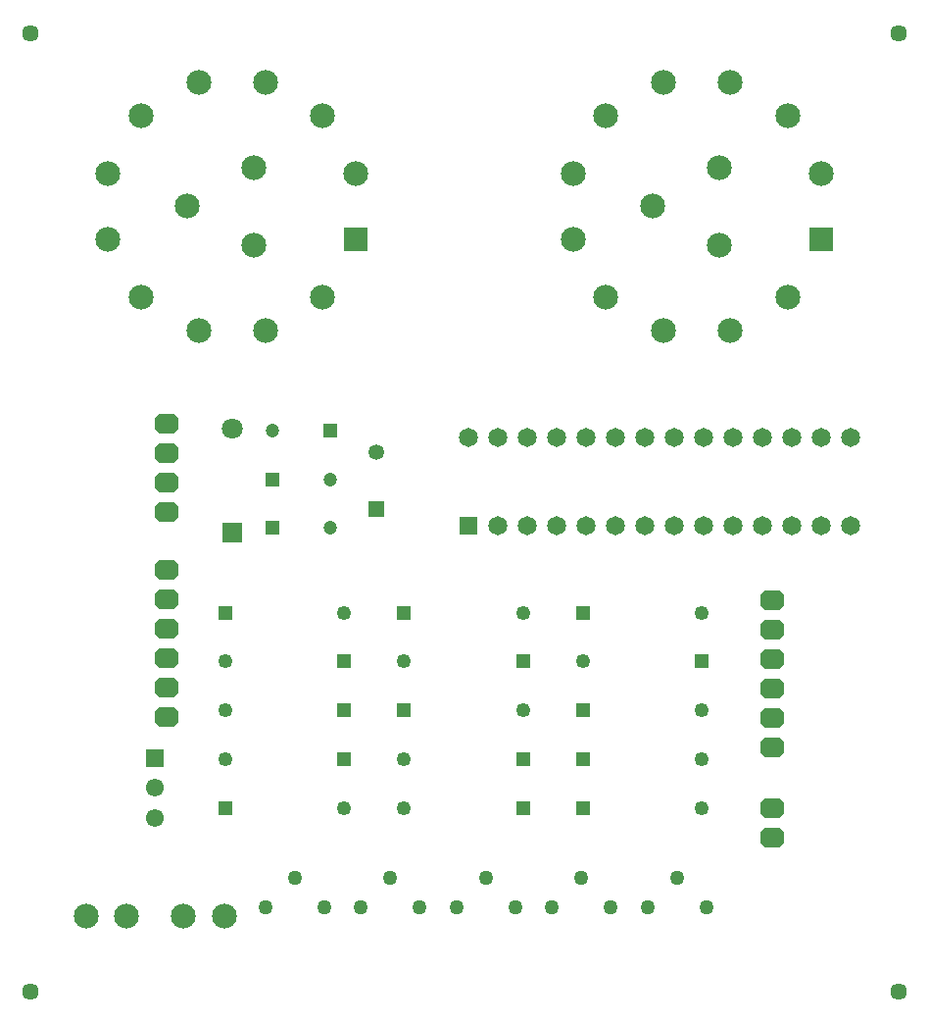
<source format=gbs>
G04*
G04 #@! TF.GenerationSoftware,Altium Limited,Altium Designer,23.3.1 (30)*
G04*
G04 Layer_Color=16711935*
%FSLAX44Y44*%
%MOMM*%
G71*
G04*
G04 #@! TF.SameCoordinates,649CD447-C1A0-469D-A239-E437E7B1C979*
G04*
G04*
G04 #@! TF.FilePolarity,Negative*
G04*
G01*
G75*
G04:AMPARAMS|DCode=16|XSize=2.055mm|YSize=1.674mm|CornerRadius=0mm|HoleSize=0mm|Usage=FLASHONLY|Rotation=180.000|XOffset=0mm|YOffset=0mm|HoleType=Round|Shape=Octagon|*
%AMOCTAGOND16*
4,1,8,-1.0275,0.4185,-1.0275,-0.4185,-0.6090,-0.8370,0.6090,-0.8370,1.0275,-0.4185,1.0275,0.4185,0.6090,0.8370,-0.6090,0.8370,-1.0275,0.4185,0.0*
%
%ADD16OCTAGOND16*%

%ADD17R,1.2000X1.2000*%
%ADD18C,2.1500*%
%ADD19C,1.2700*%
%ADD20C,1.4500*%
%ADD21R,1.3500X1.3500*%
%ADD22C,1.3500*%
%ADD23C,1.2000*%
%ADD24C,1.8000*%
%ADD25R,1.8000X1.8000*%
%ADD26C,1.6500*%
%ADD27R,1.6500X1.6500*%
%ADD28R,1.5500X1.5500*%
%ADD29C,1.5500*%
%ADD30R,2.1500X2.1500*%
%ADD31C,1.2500*%
%ADD32R,1.2500X1.2500*%
D16*
X144750Y395000D02*
D03*
X668250Y368550D02*
D03*
Y343150D02*
D03*
Y317750D02*
D03*
Y292350D02*
D03*
Y266950D02*
D03*
Y241550D02*
D03*
X144750Y268000D02*
D03*
Y293400D02*
D03*
Y318800D02*
D03*
Y344200D02*
D03*
Y369600D02*
D03*
X668250Y189000D02*
D03*
Y163600D02*
D03*
X144750Y444550D02*
D03*
Y469950D02*
D03*
Y495350D02*
D03*
Y520750D02*
D03*
D17*
X236350Y431570D02*
D03*
Y473270D02*
D03*
X286350Y514970D02*
D03*
D18*
X110000Y96500D02*
D03*
X75000D02*
D03*
X194500D02*
D03*
X159500D02*
D03*
X710218Y737387D02*
D03*
X681489Y787147D02*
D03*
X631729Y815876D02*
D03*
X574271D02*
D03*
X524511Y787147D02*
D03*
X495782Y737387D02*
D03*
Y679929D02*
D03*
X524511Y630169D02*
D03*
X574271Y601440D02*
D03*
X631729D02*
D03*
X681489Y630169D02*
D03*
X564500Y708658D02*
D03*
X622250Y675316D02*
D03*
Y742000D02*
D03*
X308468Y737387D02*
D03*
X279739Y787147D02*
D03*
X229979Y815876D02*
D03*
X172521D02*
D03*
X122761Y787147D02*
D03*
X94032Y737387D02*
D03*
Y679929D02*
D03*
X122761Y630169D02*
D03*
X172521Y601440D02*
D03*
X229979D02*
D03*
X279739Y630169D02*
D03*
X162750Y708658D02*
D03*
X220500Y675316D02*
D03*
Y742000D02*
D03*
D19*
X363560Y103500D02*
D03*
X338160Y128900D02*
D03*
X312760Y103500D02*
D03*
X446141D02*
D03*
X420741Y128900D02*
D03*
X395341Y103500D02*
D03*
X528721D02*
D03*
X503321Y128900D02*
D03*
X477921Y103500D02*
D03*
X611301D02*
D03*
X585901Y128900D02*
D03*
X560501Y103500D02*
D03*
X280980D02*
D03*
X255580Y128900D02*
D03*
X230180Y103500D02*
D03*
D20*
X27250Y31250D02*
D03*
X777250D02*
D03*
Y858500D02*
D03*
X27250D02*
D03*
D21*
X326120Y447810D02*
D03*
D22*
Y496610D02*
D03*
D23*
X286350Y431570D02*
D03*
Y473270D02*
D03*
X236350Y514970D02*
D03*
D24*
X201660Y517210D02*
D03*
D25*
Y427210D02*
D03*
D26*
X736100Y508850D02*
D03*
X710700D02*
D03*
X685300D02*
D03*
X659900D02*
D03*
X634500D02*
D03*
X609100D02*
D03*
X583700D02*
D03*
X558300D02*
D03*
X532900D02*
D03*
X507500D02*
D03*
X482100D02*
D03*
X456700D02*
D03*
X431300D02*
D03*
X405900D02*
D03*
X736100Y432650D02*
D03*
X710700D02*
D03*
X685300D02*
D03*
X659900D02*
D03*
X634500D02*
D03*
X609100D02*
D03*
X583700D02*
D03*
X558300D02*
D03*
X532900D02*
D03*
X507500D02*
D03*
X482100D02*
D03*
X456700D02*
D03*
X431300D02*
D03*
D27*
X405900D02*
D03*
D28*
X134350Y232780D02*
D03*
D29*
Y180780D02*
D03*
Y206780D02*
D03*
D30*
X710218Y679929D02*
D03*
X308468D02*
D03*
D31*
X452655Y357910D02*
D03*
X350105Y315800D02*
D03*
Y231580D02*
D03*
X452655Y273690D02*
D03*
X350105Y189470D02*
D03*
X607265D02*
D03*
Y231580D02*
D03*
Y273690D02*
D03*
X504715Y315800D02*
D03*
X607265Y357910D02*
D03*
X298045D02*
D03*
X195495Y315800D02*
D03*
Y273690D02*
D03*
Y231580D02*
D03*
X298045Y189470D02*
D03*
D32*
X350105Y357910D02*
D03*
X452655Y315800D02*
D03*
Y231580D02*
D03*
X350105Y273690D02*
D03*
X452655Y189470D02*
D03*
X504715D02*
D03*
Y231580D02*
D03*
Y273690D02*
D03*
X607265Y315800D02*
D03*
X504715Y357910D02*
D03*
X195495D02*
D03*
X298045Y315800D02*
D03*
Y273690D02*
D03*
Y231580D02*
D03*
X195495Y189470D02*
D03*
M02*

</source>
